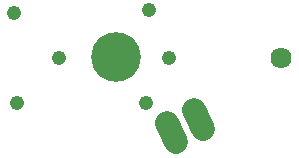
<source format=gbs>
G75*
G70*
%OFA0B0*%
%FSLAX24Y24*%
%IPPOS*%
%LPD*%
%AMOC8*
5,1,8,0,0,1.08239X$1,22.5*
%
%ADD10C,0.1655*%
%ADD11C,0.0705*%
%ADD12C,0.0789*%
%ADD13C,0.0476*%
D10*
X006849Y004487D03*
D11*
X012350Y004450D03*
D12*
X009443Y002725D02*
X009754Y002088D01*
X008855Y001649D02*
X008544Y002286D01*
D13*
X003550Y002950D03*
X004950Y004450D03*
X003450Y005950D03*
X007950Y006050D03*
X008619Y004450D03*
X007850Y002950D03*
M02*

</source>
